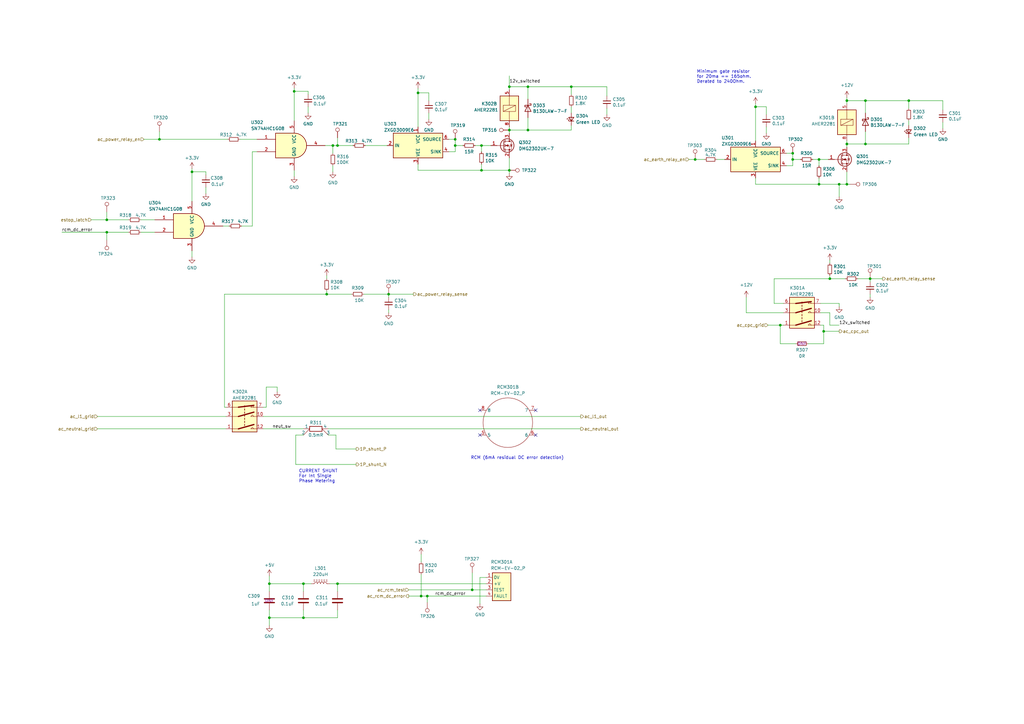
<source format=kicad_sch>
(kicad_sch (version 20230121) (generator eeschema)
  (paper "A3")
  (title_block (title "xx-xxx-PCB-001 Charger Control (HV1) Board") (date "2023-10-18") (rev "0.a") (company "Indra Renewable Technologies Ltd"))
  (junction (at 216.535 35.56))
  (junction (at 186.69 57.15))
  (junction (at 133.985 120.65))
  (junction (at 172.72 244.475))
  (junction (at 136.525 59.69))
  (junction (at 110.49 239.395))
  (junction (at 208.915 69.85))
  (junction (at 159.385 120.65))
  (junction (at 78.74 70.485))
  (junction (at 208.915 35.56))
  (junction (at 120.65 37.465))
  (junction (at 337.82 135.89))
  (junction (at 197.485 69.85))
  (junction (at 335.915 65.405))
  (junction (at 354.965 59.055))
  (junction (at 335.915 75.565))
  (junction (at 43.815 90.17))
  (junction (at 124.46 239.395))
  (junction (at 216.535 53.34))
  (junction (at 347.345 59.055))
  (junction (at 325.12 65.405))
  (junction (at 208.915 53.34))
  (junction (at 309.88 43.815))
  (junction (at 186.69 59.69))
  (junction (at 138.43 59.69))
  (junction (at 354.965 41.275))
  (junction (at 110.49 253.365))
  (junction (at 372.745 41.275))
  (junction (at 356.87 114.3))
  (junction (at 175.26 244.475))
  (junction (at 124.46 253.365))
  (junction (at 43.815 95.25))
  (junction (at 285.115 65.405))
  (junction (at 171.45 38.1))
  (junction (at 347.345 41.275))
  (junction (at 138.43 239.395))
  (junction (at 325.12 62.865))
  (junction (at 344.17 75.565))
  (junction (at 65.405 57.15))
  (junction (at 193.675 241.935))
  (junction (at 197.485 59.69))
  (junction (at 320.04 133.35))
  (junction (at 340.36 114.3))
  (junction (at 347.345 75.565))
  (junction (at 234.315 35.56))
  (no_connect (at 196.85 178.435))
  (no_connect (at 219.71 178.435))
  (no_connect (at 196.85 168.275))
  (no_connect (at 219.71 168.275))
  (wire (pts (xy 126.365 38.735) (xy 126.365 37.465)))
  (wire (pts (xy 314.325 43.815) (xy 314.325 46.99)))
  (wire (pts (xy 197.485 62.23) (xy 197.485 59.69)))
  (wire (pts (xy 325.12 65.405) (xy 325.12 67.945)))
  (wire (pts (xy 186.69 59.69) (xy 189.865 59.69)))
  (wire (pts (xy 354.965 46.355) (xy 354.965 41.275)))
  (wire (pts (xy 340.36 113.03) (xy 340.36 114.3)))
  (wire (pts (xy 208.915 35.56) (xy 208.915 36.83)))
  (wire (pts (xy 171.45 69.85) (xy 197.485 69.85)))
  (wire (pts (xy 321.31 124.46) (xy 317.5 124.46)))
  (wire (pts (xy 43.815 86.995) (xy 43.815 90.17)))
  (wire (pts (xy 169.545 120.65) (xy 159.385 120.65)))
  (wire (pts (xy 172.72 227.33) (xy 172.72 230.505)))
  (wire (pts (xy 121.285 190.5) (xy 146.05 190.5)))
  (wire (pts (xy 208.915 52.07) (xy 208.915 53.34)))
  (wire (pts (xy 120.65 36.195) (xy 120.65 37.465)))
  (wire (pts (xy 59.055 57.15) (xy 65.405 57.15)))
  (wire (pts (xy 337.82 140.97) (xy 337.82 135.89)))
  (wire (pts (xy 372.745 49.53) (xy 372.745 51.435)))
  (wire (pts (xy 110.49 236.22) (xy 110.49 239.395)))
  (wire (pts (xy 354.965 41.275) (xy 372.745 41.275)))
  (wire (pts (xy 344.17 124.46) (xy 336.55 124.46)))
  (wire (pts (xy 124.46 178.435) (xy 121.285 178.435)))
  (wire (pts (xy 65.405 57.15) (xy 93.345 57.15)))
  (wire (pts (xy 216.535 40.64) (xy 216.535 35.56)))
  (wire (pts (xy 216.535 35.56) (xy 208.915 35.56)))
  (wire (pts (xy 344.17 75.565) (xy 344.17 80.645)))
  (wire (pts (xy 184.15 57.15) (xy 186.69 57.15)))
  (wire (pts (xy 282.575 65.405) (xy 285.115 65.405)))
  (wire (pts (xy 184.15 62.23) (xy 186.69 62.23)))
  (wire (pts (xy 37.465 90.17) (xy 43.815 90.17)))
  (wire (pts (xy 309.88 57.785) (xy 309.88 43.815)))
  (wire (pts (xy 354.965 41.275) (xy 347.345 41.275)))
  (wire (pts (xy 25.4 95.25) (xy 43.815 95.25)))
  (wire (pts (xy 199.39 236.855) (xy 196.85 236.855)))
  (wire (pts (xy 309.88 43.815) (xy 314.325 43.815)))
  (wire (pts (xy 197.485 59.69) (xy 194.945 59.69)))
  (wire (pts (xy 216.535 35.56) (xy 234.315 35.56)))
  (wire (pts (xy 335.915 75.565) (xy 344.17 75.565)))
  (wire (pts (xy 159.385 128.27) (xy 159.385 127)))
  (wire (pts (xy 136.525 59.69) (xy 138.43 59.69)))
  (wire (pts (xy 78.74 69.215) (xy 78.74 70.485)))
  (wire (pts (xy 340.36 133.35) (xy 340.36 128.27)))
  (wire (pts (xy 124.46 239.395) (xy 127.635 239.395)))
  (wire (pts (xy 57.785 90.17) (xy 63.5 90.17)))
  (wire (pts (xy 372.745 59.055) (xy 354.965 59.055)))
  (wire (pts (xy 344.17 133.35) (xy 340.36 133.35)))
  (wire (pts (xy 314.96 133.35) (xy 320.04 133.35)))
  (wire (pts (xy 65.405 53.975) (xy 65.405 57.15)))
  (wire (pts (xy 186.69 57.15) (xy 186.69 59.69)))
  (wire (pts (xy 159.385 121.92) (xy 159.385 120.65)))
  (wire (pts (xy 197.485 59.69) (xy 201.295 59.69)))
  (wire (pts (xy 172.72 244.475) (xy 175.26 244.475)))
  (wire (pts (xy 134.62 175.895) (xy 238.125 175.895)))
  (wire (pts (xy 326.39 140.97) (xy 320.04 140.97)))
  (wire (pts (xy 109.22 158.75) (xy 109.22 167.005)))
  (wire (pts (xy 138.43 253.365) (xy 138.43 250.19)))
  (wire (pts (xy 175.26 244.475) (xy 199.39 244.475)))
  (wire (pts (xy 120.65 37.465) (xy 120.65 49.53)))
  (wire (pts (xy 43.815 90.17) (xy 52.705 90.17)))
  (wire (pts (xy 133.985 113.03) (xy 133.985 114.3)))
  (wire (pts (xy 138.43 59.69) (xy 144.78 59.69)))
  (wire (pts (xy 57.785 95.25) (xy 63.5 95.25)))
  (wire (pts (xy 335.915 65.405) (xy 339.725 65.405)))
  (wire (pts (xy 208.915 64.77) (xy 208.915 69.85)))
  (wire (pts (xy 337.82 133.35) (xy 336.55 133.35)))
  (wire (pts (xy 372.745 44.45) (xy 372.745 41.275)))
  (wire (pts (xy 138.43 56.515) (xy 138.43 59.69)))
  (wire (pts (xy 171.45 52.07) (xy 171.45 38.1)))
  (wire (pts (xy 372.745 56.515) (xy 372.745 59.055)))
  (wire (pts (xy 356.87 115.57) (xy 356.87 114.3)))
  (wire (pts (xy 197.485 67.31) (xy 197.485 69.85)))
  (wire (pts (xy 386.715 50.165) (xy 386.715 52.705)))
  (wire (pts (xy 120.65 69.85) (xy 120.65 72.39)))
  (wire (pts (xy 113.665 158.75) (xy 113.665 160.655)))
  (wire (pts (xy 216.535 48.26) (xy 216.535 53.34)))
  (wire (pts (xy 136.525 70.485) (xy 136.525 67.945)))
  (wire (pts (xy 347.345 41.275) (xy 347.345 42.545)))
  (wire (pts (xy 137.795 184.15) (xy 146.05 184.15)))
  (wire (pts (xy 110.49 242.57) (xy 110.49 239.395)))
  (wire (pts (xy 109.22 167.005) (xy 107.95 167.005)))
  (wire (pts (xy 103.505 92.71) (xy 103.505 62.23)))
  (wire (pts (xy 98.425 57.15) (xy 105.41 57.15)))
  (wire (pts (xy 92.075 120.65) (xy 133.985 120.65)))
  (wire (pts (xy 325.12 65.405) (xy 328.295 65.405)))
  (wire (pts (xy 320.04 133.35) (xy 321.31 133.35)))
  (wire (pts (xy 171.45 38.1) (xy 175.895 38.1)))
  (wire (pts (xy 322.58 62.865) (xy 325.12 62.865)))
  (wire (pts (xy 347.345 70.485) (xy 347.345 75.565)))
  (wire (pts (xy 78.74 102.87) (xy 78.74 105.41)))
  (wire (pts (xy 234.315 43.815) (xy 234.315 46.355)))
  (wire (pts (xy 347.345 60.325) (xy 347.345 59.055)))
  (wire (pts (xy 216.535 53.34) (xy 208.915 53.34)))
  (wire (pts (xy 340.36 128.27) (xy 336.55 128.27)))
  (wire (pts (xy 43.815 95.25) (xy 52.705 95.25)))
  (wire (pts (xy 135.255 239.395) (xy 138.43 239.395)))
  (wire (pts (xy 354.965 53.975) (xy 354.965 59.055)))
  (wire (pts (xy 196.85 236.855) (xy 196.85 247.65)))
  (wire (pts (xy 340.36 114.3) (xy 346.71 114.3)))
  (wire (pts (xy 335.915 65.405) (xy 333.375 65.405)))
  (wire (pts (xy 193.675 241.935) (xy 193.675 234.95)))
  (wire (pts (xy 335.915 73.025) (xy 335.915 75.565)))
  (wire (pts (xy 136.525 62.865) (xy 136.525 59.69)))
  (wire (pts (xy 167.64 241.935) (xy 193.675 241.935)))
  (wire (pts (xy 340.36 106.68) (xy 340.36 107.95)))
  (wire (pts (xy 138.43 242.57) (xy 138.43 239.395)))
  (wire (pts (xy 110.49 250.19) (xy 110.49 253.365)))
  (wire (pts (xy 78.74 70.485) (xy 78.74 82.55)))
  (wire (pts (xy 103.505 62.23) (xy 105.41 62.23)))
  (wire (pts (xy 120.65 37.465) (xy 126.365 37.465)))
  (wire (pts (xy 126.365 46.355) (xy 126.365 43.815)))
  (wire (pts (xy 344.17 125.73) (xy 344.17 124.46)))
  (wire (pts (xy 134.62 178.435) (xy 137.795 178.435)))
  (wire (pts (xy 107.95 170.815) (xy 238.125 170.815)))
  (wire (pts (xy 356.87 114.3) (xy 351.79 114.3)))
  (wire (pts (xy 361.95 114.3) (xy 356.87 114.3)))
  (wire (pts (xy 356.87 121.92) (xy 356.87 120.65)))
  (wire (pts (xy 113.665 158.75) (xy 109.22 158.75)))
  (wire (pts (xy 40.005 175.895) (xy 92.71 175.895)))
  (wire (pts (xy 314.325 52.07) (xy 314.325 54.61)))
  (wire (pts (xy 133.985 119.38) (xy 133.985 120.65)))
  (wire (pts (xy 124.46 250.19) (xy 124.46 253.365)))
  (wire (pts (xy 234.315 51.435) (xy 234.315 53.34)))
  (wire (pts (xy 110.49 253.365) (xy 110.49 256.54)))
  (wire (pts (xy 354.965 59.055) (xy 347.345 59.055)))
  (wire (pts (xy 294.005 65.405) (xy 297.18 65.405)))
  (wire (pts (xy 208.915 69.85) (xy 208.915 71.12)))
  (wire (pts (xy 344.17 135.89) (xy 337.82 135.89)))
  (wire (pts (xy 124.46 242.57) (xy 124.46 239.395)))
  (wire (pts (xy 186.69 59.69) (xy 186.69 62.23)))
  (wire (pts (xy 84.455 71.755) (xy 84.455 70.485)))
  (wire (pts (xy 197.485 69.85) (xy 208.915 69.85)))
  (wire (pts (xy 348.615 75.565) (xy 347.345 75.565)))
  (wire (pts (xy 124.46 253.365) (xy 138.43 253.365)))
  (wire (pts (xy 331.47 140.97) (xy 337.82 140.97)))
  (wire (pts (xy 306.07 128.27) (xy 321.31 128.27)))
  (wire (pts (xy 248.92 44.45) (xy 248.92 46.99)))
  (wire (pts (xy 121.285 178.435) (xy 121.285 190.5)))
  (wire (pts (xy 309.88 75.565) (xy 335.915 75.565)))
  (wire (pts (xy 175.895 38.1) (xy 175.895 41.275)))
  (wire (pts (xy 193.675 241.935) (xy 199.39 241.935)))
  (wire (pts (xy 110.49 239.395) (xy 124.46 239.395)))
  (wire (pts (xy 92.075 120.65) (xy 92.075 167.005)))
  (wire (pts (xy 99.06 92.71) (xy 103.505 92.71)))
  (wire (pts (xy 306.07 121.92) (xy 306.07 128.27)))
  (wire (pts (xy 347.345 59.055) (xy 347.345 57.785)))
  (wire (pts (xy 337.82 135.89) (xy 337.82 133.35)))
  (wire (pts (xy 136.525 59.69) (xy 133.35 59.69)))
  (wire (pts (xy 309.88 42.545) (xy 309.88 43.815)))
  (wire (pts (xy 372.745 41.275) (xy 386.715 41.275)))
  (wire (pts (xy 175.26 244.475) (xy 175.26 247.015)))
  (wire (pts (xy 317.5 124.46) (xy 317.5 114.3)))
  (wire (pts (xy 91.44 92.71) (xy 93.98 92.71)))
  (wire (pts (xy 208.915 31.115) (xy 208.915 35.56)))
  (wire (pts (xy 317.5 114.3) (xy 340.36 114.3)))
  (wire (pts (xy 234.315 35.56) (xy 234.315 38.735)))
  (wire (pts (xy 248.92 39.37) (xy 248.92 35.56)))
  (wire (pts (xy 234.315 35.56) (xy 248.92 35.56)))
  (wire (pts (xy 347.345 40.005) (xy 347.345 41.275)))
  (wire (pts (xy 344.17 75.565) (xy 347.345 75.565)))
  (wire (pts (xy 208.915 54.61) (xy 208.915 53.34)))
  (wire (pts (xy 335.915 67.945) (xy 335.915 65.405)))
  (wire (pts (xy 138.43 239.395) (xy 199.39 239.395)))
  (wire (pts (xy 149.86 59.69) (xy 158.75 59.69)))
  (wire (pts (xy 110.49 253.365) (xy 124.46 253.365)))
  (wire (pts (xy 386.715 45.085) (xy 386.715 41.275)))
  (wire (pts (xy 234.315 53.34) (xy 216.535 53.34)))
  (wire (pts (xy 320.04 133.35) (xy 320.04 140.97)))
  (wire (pts (xy 107.95 175.895) (xy 124.46 175.895)))
  (wire (pts (xy 43.815 95.25) (xy 43.815 98.425)))
  (wire (pts (xy 133.985 120.65) (xy 144.145 120.65)))
  (wire (pts (xy 171.45 36.195) (xy 171.45 38.1)))
  (wire (pts (xy 84.455 79.375) (xy 84.455 76.835)))
  (wire (pts (xy 167.64 244.475) (xy 172.72 244.475)))
  (wire (pts (xy 285.115 65.405) (xy 288.925 65.405)))
  (wire (pts (xy 175.895 46.355) (xy 175.895 48.895)))
  (wire (pts (xy 78.74 70.485) (xy 84.455 70.485)))
  (wire (pts (xy 159.385 120.65) (xy 149.225 120.65)))
  (wire (pts (xy 172.72 235.585) (xy 172.72 244.475)))
  (wire (pts (xy 137.795 178.435) (xy 137.795 184.15)))
  (wire (pts (xy 325.12 62.865) (xy 325.12 65.405)))
  (wire (pts (xy 40.005 170.815) (xy 92.71 170.815)))
  (wire (pts (xy 171.45 67.31) (xy 171.45 69.85)))
  (wire (pts (xy 322.58 67.945) (xy 325.12 67.945)))
  (wire (pts (xy 92.075 167.005) (xy 92.71 167.005)))
  (wire (pts (xy 309.88 73.025) (xy 309.88 75.565)))
  (text "Minimum gate resistor\nfor 20ma == 165ohm.\nDerated to 240Ohm." (at 285.75 34.29 0) (effects (font (size 1.27 1.27)) (justify left bottom)))
  (text "CURRENT SHUNT\nFor Int Single\nPhase Metering\n" (at 122.555 198.12 0) (effects (font (size 1.27 1.27)) (justify left bottom)))
  (text "RCM (6mA residual DC error detection)\n" (at 193.04 188.595 0) (effects (font (size 1.27 1.27)) (justify left bottom)))
  (label "12v_switched" (at 208.915 34.29 0))
  (label "rcm_dc_error" (at 25.4 95.25 0))
  (label "rcm_dc_error" (at 178.435 244.475 0))
  (label "12v_switched" (at 344.17 133.35 0))
  (label "neut_sw" (at 111.76 175.895 0))
  (hierarchical_label "1P_shunt_P" (shape output) (at 146.05 184.15 0))
  (hierarchical_label "ac_rcm_test" (shape input) (at 167.64 241.935 180))
  (hierarchical_label "1P_shunt_N" (shape output) (at 146.05 190.5 0))
  (hierarchical_label "ac_earth_relay_sense" (shape output) (at 361.95 114.3 0))
  (hierarchical_label "ac_cpc_out" (shape output) (at 344.17 135.89 0))
  (hierarchical_label "ac_cpc_grid" (shape input) (at 314.96 133.35 180))
  (hierarchical_label "ac_neutral_out" (shape output) (at 238.125 175.895 0))
  (hierarchical_label "ac_rcm_dc_error" (shape output) (at 167.64 244.475 180))
  (hierarchical_label "estop_latch" (shape input) (at 37.465 90.17 180))
  (hierarchical_label "ac_power_relay_en" (shape input) (at 59.055 57.15 180))
  (hierarchical_label "ac_earth_relay_en" (shape input) (at 282.575 65.405 180))
  (hierarchical_label "ac_l1_grid" (shape input) (at 40.005 170.815 180))
  (hierarchical_label "ac_l1_out" (shape output) (at 238.125 170.815 0))
  (hierarchical_label "ac_neutral_grid" (shape input) (at 40.005 175.895 180))
  (hierarchical_label "ac_power_relay_sense" (shape output) (at 169.545 120.65 0))
  (symbol (lib_name "GND_1") (lib_id "power:GND") (at 113.665 160.655 0) (unit 1)
    (property "Reference" "#PWR0230" (effects hide))
    (property "Value" "GND" (at 113.665 165.1 0))
    (instances (project "hw-v2x-power-board-high-v" (path "" (reference "#PWR0230") (unit 1)) (path "" (reference "#PWR0342") (unit 1))))
  )
  (symbol (lib_id "Device:C_Small") (at 126.365 41.275 0) (mirror y) (unit 1)
    (property "Reference" "C306" (at 133.35 40.005 0) (effects (justify left)))
    (property "Value" "0.1uF" (at 133.985 42.545 0) (effects (justify left)))
    (property "Footprint" "Capacitor_SMD:C_0402_1005Metric" (effects hide))
    (property "Characteristics" "X7R" (effects hide))
    (property "Voltage" "50V" (effects hide))
    (property "Tolerance" "10%" (effects hide))
    (instances (project "hw-v2x-power-board-high-v" (path "" (reference "C306") (unit 1))) (project "hw-v2x-power-board" (path "" (reference "C201") (unit 1))))
  )
  (symbol (lib_id "Device:R_Small") (at 146.685 120.65 90) (unit 1)
    (property "Reference" "R309" (at 144.145 118.11 90) (effects (justify right)))
    (property "Value" "10K" (at 145.415 123.19 90) (effects (justify right)))
    (property "Footprint" "Resistor_SMD:R_0402_1005Metric" (effects hide))
    (property "Tolerance" "1%" (effects hide))
    (property "Voltage" "50V" (effects hide))
    (instances (project "hw-v2x-power-board-high-v" (path "" (reference "R309") (unit 1))) (project "hw-v2x-power-board" (path "" (reference "R219") (unit 1))))
  )
  (symbol (lib_id "Device:R_Small") (at 55.245 95.25 270) (unit 1)
    (property "Reference" "R319" (at 51.435 93.345 90))
    (property "Value" "4.7K" (at 57.785 93.345 90))
    (property "Footprint" "Resistor_SMD:R_0402_1005Metric" (effects hide))
    (property "Tolerance" "1%" (effects hide))
    (property "Voltage" "50V" (effects hide))
    (instances (project "hw-v2x-power-board-high-v" (path "" (reference "R319") (unit 1))) (project "hw-v2x-power-board" (path "" (reference "R202") (unit 1))))
  )
  (symbol (lib_id "hw-v2x-play1_1-power-board:RCM-EV-02_P") (at 196.85 178.435 0) (unit 2)
    (property "Reference" "RCM301" (at 208.28 158.75 0))
    (property "Value" "RCM-EV-02_P" (at 208.28 161.29 0))
    (property "Footprint" "hw-v2x-play1_1-power-board.pretty:RCM-EV-02_P" (effects hide))
    (property "Datasheet" "C:\\Users\\PhillipCherry\\Documents\\PhilC\\V2X\\hw-v2x-play1_1-power-board\\project-datasheets\\RCM-EV-02_P.pdf" (effects hide))
  )
  (symbol (lib_id "Device:R_Small") (at 133.985 116.84 180) (unit 1)
    (property "Reference" "R308" (at 135.4836 115.6716 0) (effects (justify right)))
    (property "Value" "10K" (at 135.4836 117.983 0) (effects (justify right)))
    (property "Footprint" "Resistor_SMD:R_0402_1005Metric" (effects hide))
    (property "Tolerance" "1%" (effects hide))
    (property "Voltage" "50V" (effects hide))
    (instances (project "hw-v2x-power-board-high-v" (path "" (reference "R308") (unit 1))) (project "hw-v2x-power-board" (path "" (reference "R218") (unit 1))))
  )
  (symbol (lib_id "Device:C_Small") (at 386.715 47.625 0) (unit 1)
    (property "Reference" "C301" (at 389.0518 46.4566 0) (effects (justify left)))
    (property "Value" "0.1uF" (at 389.0518 48.768 0) (effects (justify left)))
    (property "Footprint" "Capacitor_SMD:C_0402_1005Metric" (effects hide))
    (property "Characteristics" "X7R" (effects hide))
    (property "Voltage" "50V" (effects hide))
    (property "Tolerance" "10%" (effects hide))
    (instances (project "hw-v2x-power-board-high-v" (path "" (reference "C301") (unit 1))) (project "hw-v2x-power-board" (path "" (reference "C205") (unit 1))))
  )
  (symbol (lib_id "Connector:TestPoint") (at 65.405 53.975 0) (unit 1)
    (property "Reference" "TP320" (at 62.865 48.26 0) (effects (justify left)))
    (property "Value" "TestPoint" (effects hide))
    (property "Footprint" "hw-v5mobo-cem-demo:TestPoint_Pad_FD1.0mm_BD2.0mm_TH_with_pos" (effects hide))
    (instances (project "hw-v2x-power-board-high-v" (path "" (reference "TP320") (unit 1))) (project "hw-v2x-power-board" (path "" (reference "TP203") (unit 1))))
  )
  (symbol (lib_id "Device:C_Small") (at 175.895 43.815 0) (unit 1)
    (property "Reference" "C307" (at 178.2318 42.6466 0) (effects (justify left)))
    (property "Value" "0.1uF" (at 178.2318 44.958 0) (effects (justify left)))
    (property "Footprint" "Capacitor_SMD:C_0402_1005Metric" (effects hide))
    (property "Characteristics" "X7R" (effects hide))
    (property "Voltage" "50V" (effects hide))
    (property "Tolerance" "10%" (effects hide))
    (instances (project "hw-v2x-power-board-high-v" (path "" (reference "C307") (unit 1))) (project "hw-v2x-power-board" (path "" (reference "C204") (unit 1))))
  )
  (symbol (lib_id "Connector:TestPoint") (at 175.26 247.015 180) (unit 1)
    (property "Reference" "TP326" (at 178.435 252.73 0) (effects (justify left)))
    (property "Value" "TestPoint" (effects hide))
    (property "Footprint" "hw-v5mobo-cem-demo:TestPoint_Pad_FD1.0mm_BD2.0mm_TH_with_pos" (effects hide))
    (instances (project "hw-v2x-power-board-high-v" (path "" (reference "TP326") (unit 1))) (project "hw-v2x-power-board" (path "" (reference "TP217") (unit 1))))
  )
  (symbol (lib_id "Device:C") (at 124.46 246.38 0) (unit 1)
    (property "Reference" "C310" (at 120.65 245.11 0) (effects (justify right)))
    (property "Value" "0.1uF" (at 120.65 247.65 0) (effects (justify right)))
    (property "Footprint" "Capacitor_SMD:C_0402_1005Metric" (effects hide))
    (property "Tolerance" "10%" (effects hide))
    (property "Voltage" "50V" (effects hide))
    (property "Characteristics" "X7R" (effects hide))
    (instances (project "hw-v2x-power-board-high-v" (path "" (reference "C310") (unit 1))) (project "hw-v2x-power-board" (path "" (reference "C211") (unit 1))))
  )
  (symbol (lib_id "hw-v2x-play1_1-power-board:AHER2281") (at 208.915 36.83 270) (unit 2)
    (property "Reference" "K302" (at 197.485 42.545 90) (effects (justify left)))
    (property "Value" "AHER2281" (at 199.39 45.085 90))
    (property "Footprint" "hw-v2x-play1_1-power-board.pretty:AHER2281" (effects hide))
    (property "Datasheet" "C:\\Users\\PhillipCherry\\Documents\\PhilC\\V2X\\hw-v2x-play1_1-power-board\\project-datasheets\\AHER2281.pdf" (effects hide))
  )
  (symbol (lib_name "GND_1") (lib_id "power:GND") (at 159.385 128.27 0) (unit 1)
    (property "Reference" "#PWR0230" (effects hide))
    (property "Value" "GND" (at 159.385 132.715 0))
    (instances (project "hw-v2x-power-board-high-v" (path "" (reference "#PWR0230") (unit 1)) (path "" (reference "#PWR0341") (unit 1))))
  )
  (symbol (lib_id "Device:LED_Small") (at 372.745 53.975 90) (unit 1)
    (property "Reference" "D302" (at 374.65 52.6414 90) (effects (justify right)))
    (property "Value" "Green LED" (at 374.65 55.1814 90) (effects (justify right)))
    (property "Footprint" "LED_SMD:LED_0603_1608Metric" (effects hide))
    (property "Manufacturer" "Inolux" (effects hide))
    (property "Manufacturer Part Number" "IN-S63AT5G" (effects hide))
    (property "Voltage" "2V" (effects hide))
    (property "Characteristics" "5mA" (effects hide))
    (instances (project "hw-v2x-power-board-high-v" (path "" (reference "D302") (unit 1))) (project "hw-v2x-power-board" (path "" (reference "D203") (unit 1))))
  )
  (symbol (lib_name "+3.3V_6") (lib_id "power:+3.3V") (at 172.72 227.33 0) (unit 1)
    (property "Reference" "#PWR0315" (effects hide))
    (property "Value" "+3.3V" (at 172.72 222.25 0))
  )
  (symbol (lib_id "hw-v2x-play1_1-power-board:AHER2281") (at 347.345 42.545 270) (unit 2)
    (property "Reference" "K301" (at 335.915 48.26 90) (effects (justify left)))
    (property "Value" "AHER2281" (at 337.82 50.8 90))
    (property "Footprint" "hw-v2x-play1_1-power-board:AHER2281" (effects hide))
    (property "Datasheet" "C:\\Users\\PhillipCherry\\Documents\\PhilC\\V2X\\hw-v2x-play1_1-power-board\\project-datasheets\\AHER2281.pdf" (effects hide))
  )
  (symbol (lib_name "GND_1") (lib_id "power:GND") (at 120.65 72.39 0) (unit 1)
    (property "Reference" "#PWR0230" (effects hide))
    (property "Value" "GND" (at 120.65 76.835 0))
    (instances (project "hw-v2x-power-board-high-v" (path "" (reference "#PWR0230") (unit 1)) (path "" (reference "#PWR0304") (unit 1))))
  )
  (symbol (lib_id "Connector:TestPoint") (at 208.915 53.34 90) (unit 1)
    (property "Reference" "TP316" (at 203.835 53.34 90) (effects (justify left)))
    (property "Value" "TestPoint" (effects hide))
    (property "Footprint" "hw-v5mobo-cem-demo:TestPoint_Pad_FD1.0mm_BD2.0mm_TH_with_pos" (effects hide))
    (instances (project "hw-v2x-power-board-high-v" (path "" (reference "TP316") (unit 1))) (project "hw-v2x-power-board" (path "" (reference "TP209") (unit 1))))
  )
  (symbol (lib_id "Device:R_Small") (at 234.315 41.275 180) (unit 1)
    (property "Reference" "R310" (at 235.8136 40.1066 0) (effects (justify right)))
    (property "Value" "1.8K" (at 235.8136 42.418 0) (effects (justify right)))
    (property "Footprint" "Resistor_SMD:R_0603_1608Metric" (effects hide))
    (property "Tolerance" "1%" (effects hide))
    (property "Voltage" "50V" (effects hide))
    (instances (project "hw-v2x-power-board-high-v" (path "" (reference "R310") (unit 1))) (project "hw-v2x-power-board" (path "" (reference "R213") (unit 1))))
  )
  (symbol (lib_name "GND_1") (lib_id "power:GND") (at 196.85 247.65 0) (unit 1)
    (property "Reference" "#PWR0230" (effects hide))
    (property "Value" "GND" (at 196.85 252.095 0))
    (instances (project "hw-v2x-power-board-high-v" (path "" (reference "#PWR0230") (unit 1)) (path "" (reference "#PWR0317") (unit 1))))
  )
  (symbol (lib_name "GND_1") (lib_id "power:GND") (at 314.325 54.61 0) (unit 1)
    (property "Reference" "#PWR0230" (effects hide))
    (property "Value" "GND" (at 314.325 59.055 0))
    (instances (project "hw-v2x-power-board-high-v" (path "" (reference "#PWR0230") (unit 1)) (path "" (reference "#PWR0328") (unit 1))))
  )
  (symbol (lib_name "GND_1") (lib_id "power:GND") (at 175.895 48.895 0) (unit 1)
    (property "Reference" "#PWR0230" (effects hide))
    (property "Value" "GND" (at 175.895 53.34 0))
    (instances (project "hw-v2x-power-board-high-v" (path "" (reference "#PWR0230") (unit 1)) (path "" (reference "#PWR0338") (unit 1))))
  )
  (symbol (lib_id "Device:C_Small") (at 159.385 124.46 0) (unit 1)
    (property "Reference" "C304" (at 161.7218 123.2916 0) (effects (justify left)))
    (property "Value" "0.1uF" (at 161.7218 125.603 0) (effects (justify left)))
    (property "Footprint" "Capacitor_SMD:C_0402_1005Metric" (effects hide))
    (property "Characteristics" "X7R" (effects hide))
    (property "Voltage" "50V" (effects hide))
    (property "Tolerance" "10%" (effects hide))
    (instances (project "hw-v2x-power-board-high-v" (path "" (reference "C304") (unit 1))) (project "hw-v2x-power-board" (path "" (reference "C209") (unit 1))))
  )
  (symbol (lib_id "Device:LED_Small") (at 234.315 48.895 90) (unit 1)
    (property "Reference" "D304" (at 236.22 47.5614 90) (effects (justify right)))
    (property "Value" "Green LED" (at 236.22 50.1014 90) (effects (justify right)))
    (property "Footprint" "LED_SMD:LED_0603_1608Metric" (effects hide))
    (property "Manufacturer" "Inolux" (effects hide))
    (property "Manufacturer Part Number" "IN-S63AT5G" (effects hide))
    (property "Voltage" "2V" (effects hide))
    (property "Characteristics" "5mA" (effects hide))
    (instances (project "hw-v2x-power-board-high-v" (path "" (reference "D304") (unit 1))) (project "hw-v2x-power-board" (path "" (reference "D204") (unit 1))))
  )
  (symbol (lib_id "Connector:TestPoint") (at 325.12 62.865 0) (unit 1)
    (property "Reference" "TP302" (at 323.215 57.15 0) (effects (justify left)))
    (property "Value" "TestPoint" (effects hide))
    (property "Footprint" "hw-v5mobo-cem-demo:TestPoint_Pad_FD1.0mm_BD2.0mm_TH_with_pos" (effects hide))
    (instances (project "hw-v2x-power-board-high-v" (path "" (reference "TP302") (unit 1))) (project "hw-v2x-power-board" (path "" (reference "TP206") (unit 1))))
  )
  (symbol (lib_id "Connector:TestPoint") (at 356.87 114.3 0) (unit 1)
    (property "Reference" "TP301" (at 355.6 109.22 0) (effects (justify left)))
    (property "Value" "TestPoint" (effects hide))
    (property "Footprint" "hw-v5mobo-cem-demo:TestPoint_Pad_FD1.0mm_BD2.0mm_TH_with_pos" (effects hide))
    (instances (project "hw-v2x-power-board-high-v" (path "" (reference "TP301") (unit 1))) (project "hw-v2x-power-board" (path "" (reference "TP213") (unit 1))))
  )
  (symbol (lib_id "Device:R_Small") (at 95.885 57.15 270) (unit 1)
    (property "Reference" "R312" (at 92.71 55.245 90))
    (property "Value" "4.7K" (at 99.06 55.245 90))
    (property "Footprint" "Resistor_SMD:R_0402_1005Metric" (effects hide))
    (property "Tolerance" "1%" (effects hide))
    (property "Voltage" "50V" (effects hide))
    (instances (project "hw-v2x-power-board-high-v" (path "" (reference "R312") (unit 1))) (project "hw-v2x-power-board" (path "" (reference "R203") (unit 1))))
  )
  (symbol (lib_id "Device:L_Ferrite") (at 131.445 239.395 90) (unit 1)
    (property "Reference" "L301" (at 131.445 233.045 90))
    (property "Value" "220uH" (at 131.445 235.585 90))
    (property "Footprint" "hw-v2x-play1_1-power-board:L_Bourns-SRR7045" (effects hide))
    (property "Datasheet" "https://www.bourns.com/docs/Product-Datasheets/SRR7045.pdf" (effects hide))
    (property "Power" "450mA" (effects hide))
    (property "Manufacturer" "Bourns" (effects hide))
    (property "Manufacturer Part Number" "SRR7045-221M" (effects hide))
  )
  (symbol (lib_id "Device:R_Small") (at 147.32 59.69 270) (unit 1)
    (property "Reference" "R313" (at 144.145 57.785 90))
    (property "Value" "4.7K" (at 150.495 57.785 90))
    (property "Footprint" "Resistor_SMD:R_0402_1005Metric" (effects hide))
    (property "Tolerance" "1%" (effects hide))
    (property "Voltage" "50V" (effects hide))
    (instances (project "hw-v2x-power-board-high-v" (path "" (reference "R313") (unit 1))) (project "hw-v2x-power-board" (path "" (reference "R207") (unit 1))))
  )
  (symbol (lib_name "+12V_1") (lib_id "power:+12V") (at 347.345 40.005 0) (unit 1)
    (property "Reference" "#PWR0305" (effects hide))
    (property "Value" "+12V" (at 347.345 34.925 0))
  )
  (symbol (lib_name "+12V_2") (lib_id "power:+12V") (at 306.07 121.92 0) (unit 1)
    (property "Reference" "#PWR0308" (effects hide))
    (property "Value" "+12V" (at 306.07 116.84 0))
  )
  (symbol (lib_id "Device:C_Small") (at 248.92 41.91 0) (unit 1)
    (property "Reference" "C305" (at 251.2568 40.7416 0) (effects (justify left)))
    (property "Value" "0.1uF" (at 251.2568 43.053 0) (effects (justify left)))
    (property "Footprint" "Capacitor_SMD:C_0402_1005Metric" (effects hide))
    (property "Characteristics" "X7R" (effects hide))
    (property "Voltage" "50V" (effects hide))
    (property "Tolerance" "10%" (effects hide))
    (instances (project "hw-v2x-power-board-high-v" (path "" (reference "C305") (unit 1))) (project "hw-v2x-power-board" (path "" (reference "C206") (unit 1))))
  )
  (symbol (lib_name "GND_1") (lib_id "power:GND") (at 208.915 71.12 0) (unit 1)
    (property "Reference" "#PWR0230" (effects hide))
    (property "Value" "GND" (at 208.915 75.565 0))
    (instances (project "hw-v2x-power-board-high-v" (path "" (reference "#PWR0230") (unit 1)) (path "" (reference "#PWR0339") (unit 1))))
  )
  (symbol (lib_id "Connector:TestPoint") (at 159.385 120.65 0) (unit 1)
    (property "Reference" "TP307" (at 158.115 115.57 0) (effects (justify left)))
    (property "Value" "TestPoint" (effects hide))
    (property "Footprint" "hw-v5mobo-cem-demo:TestPoint_Pad_FD1.0mm_BD2.0mm_TH_with_pos" (effects hide))
    (instances (project "hw-v2x-power-board-high-v" (path "" (reference "TP307") (unit 1))) (project "hw-v2x-power-board" (path "" (reference "TP214") (unit 1))))
  )
  (symbol (lib_id "Device:R_Small") (at 349.25 114.3 90) (unit 1)
    (property "Reference" "R302" (at 347.345 112.395 90) (effects (justify right)))
    (property "Value" "10K" (at 347.98 116.84 90) (effects (justify right)))
    (property "Footprint" "Resistor_SMD:R_0402_1005Metric" (effects hide))
    (property "Tolerance" "1%" (effects hide))
    (property "Voltage" "50V" (effects hide))
    (instances (project "hw-v2x-power-board-high-v" (path "" (reference "R302") (unit 1))) (project "hw-v2x-power-board" (path "" (reference "R217") (unit 1))))
  )
  (symbol (lib_id "hw-v2x-play1_1-power-board:R_Shunt") (at 129.54 175.895 90) (mirror x) (unit 1)
    (property "Reference" "R311" (at 129.54 173.355 90))
    (property "Value" "0.5mR" (at 129.54 178.435 90))
    (property "Footprint" "hw-v2x-play1_1-power-board:WSLF2512L5000F" (effects hide))
    (property "Datasheet" "https://www.mouser.co.uk/datasheet/2/427/wslf-1762044.pdf" (effects hide))
    (property "Variant" "+singlephase, -threephase" (effects hide))
    (property "Manufacturer" "Vishay" (effects hide))
    (property "Manufacturer Part Number" "WSLF2512L5000F" (effects hide))
  )
  (symbol (lib_name "+5V_1") (lib_id "power:+5V") (at 110.49 236.22 0) (unit 1)
    (property "Reference" "#PWR0318" (effects hide))
    (property "Value" "+5V" (at 110.49 231.775 0))
  )
  (symbol (lib_id "Connector:TestPoint") (at 193.675 234.95 0) (unit 1)
    (property "Reference" "TP327" (at 190.5 229.235 0) (effects (justify left)))
    (property "Value" "TestPoint" (effects hide))
    (property "Footprint" "hw-v5mobo-cem-demo:TestPoint_Pad_FD1.0mm_BD2.0mm_TH_with_pos" (effects hide))
    (instances (project "hw-v2x-power-board-high-v" (path "" (reference "TP327") (unit 1))) (project "hw-v2x-power-board" (path "" (reference "TP217") (unit 1))))
  )
  (symbol (lib_id "Device:R_Small") (at 328.93 140.97 270) (unit 1)
    (property "Reference" "R307" (at 328.93 143.51 90))
    (property "Value" "0R" (at 328.93 146.05 90))
    (property "Footprint" "Resistor_SMD:R_1812_4532Metric" (effects hide))
    (property "Variant" "DNF" (at 328.93 140.97 90))
    (property "Tolerance" "1%" (effects hide))
    (property "Voltage" "50V" (effects hide))
    (instances (project "hw-v2x-power-board-high-v" (path "" (reference "R307") (unit 1))) (project "hw-v2x-power-board" (path "" (reference "R214") (unit 1))))
  )
  (symbol (lib_name "GND_1") (lib_id "power:GND") (at 248.92 46.99 0) (unit 1)
    (property "Reference" "#PWR0230" (effects hide))
    (property "Value" "GND" (at 248.92 51.435 0))
    (instances (project "hw-v2x-power-board-high-v" (path "" (reference "#PWR0230") (unit 1)) (path "" (reference "#PWR0340") (unit 1))))
  )
  (symbol (lib_id "Device:C_Small") (at 84.455 74.295 0) (mirror y) (unit 1)
    (property "Reference" "C308" (at 91.44 73.025 0) (effects (justify left)))
    (property "Value" "0.1uF" (at 92.075 75.565 0) (effects (justify left)))
    (property "Footprint" "Capacitor_SMD:C_0402_1005Metric" (effects hide))
    (property "Characteristics" "X7R" (effects hide))
    (property "Voltage" "50V" (effects hide))
    (property "Tolerance" "10%" (effects hide))
    (instances (project "hw-v2x-power-board-high-v" (path "" (reference "C308") (unit 1))) (project "hw-v2x-power-board" (path "" (reference "C201") (unit 1))))
  )
  (symbol (lib_name "GND_1") (lib_id "power:GND") (at 110.49 256.54 0) (unit 1)
    (property "Reference" "#PWR0230" (effects hide))
    (property "Value" "GND" (at 110.49 260.985 0))
    (instances (project "hw-v2x-power-board-high-v" (path "" (reference "#PWR0230") (unit 1)) (path "" (reference "#PWR0319") (unit 1))))
  )
  (symbol (lib_name "+3.3V_5") (lib_id "power:+3.3V") (at 133.985 113.03 0) (unit 1)
    (property "Reference" "#PWR0309" (effects hide))
    (property "Value" "+3.3V" (at 133.985 108.585 0))
  )
  (symbol (lib_id "hw-v2x-play1_1-power-board:AHER2281") (at 92.71 167.005 0) (unit 1)
    (property "Reference" "K302" (at 98.425 160.655 0))
    (property "Value" "AHER2281" (at 100.33 163.195 0))
    (property "Footprint" "hw-v2x-play1_1-power-board.pretty:AHER2281" (effects hide))
    (property "Datasheet" "C:\\Users\\PhillipCherry\\Documents\\PhilC\\V2X\\hw-v2x-play1_1-power-board\\project-datasheets\\AHER2281.pdf" (effects hide))
  )
  (symbol (lib_id "Device:R_Small") (at 340.36 110.49 180) (unit 1)
    (property "Reference" "R301" (at 341.8586 109.3216 0) (effects (justify right)))
    (property "Value" "10K" (at 341.8586 111.633 0) (effects (justify right)))
    (property "Footprint" "Resistor_SMD:R_0402_1005Metric" (effects hide))
    (property "Tolerance" "1%" (effects hide))
    (property "Voltage" "50V" (effects hide))
    (instances (project "hw-v2x-power-board-high-v" (path "" (reference "R301") (unit 1))) (project "hw-v2x-power-board" (path "" (reference "R216") (unit 1))))
  )
  (symbol (lib_name "GND_1") (lib_id "power:GND") (at 84.455 79.375 0) (unit 1)
    (property "Reference" "#PWR0230" (effects hide))
    (property "Value" "GND" (at 84.455 83.82 0))
    (instances (project "hw-v2x-power-board-high-v" (path "" (reference "#PWR0230") (unit 1)) (path "" (reference "#PWR0303") (unit 1))))
  )
  (symbol (lib_id "Device:C_Small") (at 356.87 118.11 0) (unit 1)
    (property "Reference" "C302" (at 359.2068 116.9416 0) (effects (justify left)))
    (property "Value" "0.1uF" (at 359.2068 119.253 0) (effects (justify left)))
    (property "Footprint" "Capacitor_SMD:C_0402_1005Metric" (effects hide))
    (property "Characteristics" "X7R" (effects hide))
    (property "Voltage" "50V" (effects hide))
    (property "Tolerance" "10%" (effects hide))
    (instances (project "hw-v2x-power-board-high-v" (path "" (reference "C302") (unit 1))) (project "hw-v2x-power-board" (path "" (reference "C207") (unit 1))))
  )
  (symbol (lib_id "Connector:TestPoint") (at 208.915 69.85 270) (unit 1)
    (property "Reference" "TP322" (at 213.995 69.85 90) (effects (justify left)))
    (property "Value" "TestPoint" (effects hide))
    (property "Footprint" "hw-v5mobo-cem-demo:TestPoint_Pad_FD1.0mm_BD2.0mm_TH_with_pos" (effects hide))
    (instances (project "hw-v2x-power-board-high-v" (path "" (reference "TP322") (unit 1))) (project "hw-v2x-power-board" (path "" (reference "TP210") (unit 1))))
  )
  (symbol (lib_id "Connector:TestPoint") (at 138.43 56.515 0) (unit 1)
    (property "Reference" "TP321" (at 136.525 50.8 0) (effects (justify left)))
    (property "Value" "TestPoint" (effects hide))
    (property "Footprint" "hw-v5mobo-cem-demo:TestPoint_Pad_FD1.0mm_BD2.0mm_TH_with_pos" (effects hide))
    (instances (project "hw-v2x-power-board-high-v" (path "" (reference "TP321") (unit 1))) (project "hw-v2x-power-board" (path "" (reference "TP205") (unit 1))))
  )
  (symbol (lib_name "74LVC1G08_1") (lib_id "74xGxx:74LVC1G08") (at 78.74 92.71 0) (unit 1)
    (property "Reference" "U304" (at 63.5 83.185 0))
    (property "Value" "SN74AHC1G08" (at 67.945 85.725 0))
    (property "Footprint" "Package_TO_SOT_SMD:SOT-23-5" (effects hide))
    (property "Datasheet" "http://www.ti.com/lit/sg/scyt129e/scyt129e.pdf" (effects hide))
    (property "Manufacturer" "TI" (effects hide))
    (property "Manufacturer Part Number" "SN74AHC1G08DBVT" (effects hide))
  )
  (symbol (lib_id "hw-v2x-play1_1-power-board:AHER2281") (at 321.31 124.46 0) (unit 1)
    (property "Reference" "K301" (at 327.025 118.11 0))
    (property "Value" "AHER2281" (at 328.93 120.65 0))
    (property "Footprint" "hw-v2x-play1_1-power-board:AHER2281" (effects hide))
    (property "Datasheet" "C:\\Users\\PhillipCherry\\Documents\\PhilC\\V2X\\hw-v2x-play1_1-power-board\\project-datasheets\\AHER2281.pdf" (effects hide))
  )
  (symbol (lib_id "Device:R_Small") (at 335.915 70.485 180) (unit 1)
    (property "Reference" "R306" (at 337.4136 69.3166 0) (effects (justify right)))
    (property "Value" "10K" (at 337.4136 71.628 0) (effects (justify right)))
    (property "Footprint" "Resistor_SMD:R_0402_1005Metric" (effects hide))
    (property "Tolerance" "1%" (effects hide))
    (property "Voltage" "50V" (effects hide))
    (instances (project "hw-v2x-power-board-high-v" (path "" (reference "R306") (unit 1))) (project "hw-v2x-power-board" (path "" (reference "R210") (unit 1))))
  )
  (symbol (lib_name "GND_1") (lib_id "power:GND") (at 386.715 52.705 0) (unit 1)
    (property "Reference" "#PWR0230" (effects hide))
    (property "Value" "GND" (at 386.715 57.15 0))
    (instances (project "hw-v2x-power-board-high-v" (path "" (reference "#PWR0230") (unit 1)) (path "" (reference "#PWR0330") (unit 1))))
  )
  (symbol (lib_name "GND_1") (lib_id "power:GND") (at 356.87 121.92 0) (unit 1)
    (property "Reference" "#PWR0230" (effects hide))
    (property "Value" "GND" (at 356.87 126.365 0))
    (instances (project "hw-v2x-power-board-high-v" (path "" (reference "#PWR0230") (unit 1)) (path "" (reference "#PWR0332") (unit 1))))
  )
  (symbol (lib_id "hw-v2x-play1_1-power-board:DMG2302UK-7") (at 344.805 65.405 0) (unit 1)
    (property "Reference" "Q301" (at 351.155 64.135 0) (effects (justify left)))
    (property "Value" "DMG2302UK-7" (at 351.155 66.675 0) (effects (justify left)))
    (property "Footprint" "Package_TO_SOT_SMD:SOT-23" (effects hide))
    (property "Datasheet" "https://www.diodes.com/assets/Datasheets/DMG2302UK.pdf" (effects hide))
  )
  (symbol (lib_id "Connector:TestPoint") (at 43.815 98.425 180) (unit 1)
    (property "Reference" "TP324" (at 46.355 104.14 0) (effects (justify left)))
    (property "Value" "TestPoint" (effects hide))
    (property "Footprint" "hw-v5mobo-cem-demo:TestPoint_Pad_FD1.0mm_BD2.0mm_TH_with_pos" (effects hide))
    (instances (project "hw-v2x-power-board-high-v" (path "" (reference "TP324") (unit 1))) (project "hw-v2x-power-board" (path "" (reference "TP202") (unit 1))))
  )
  (symbol (lib_id "Device:C_Small") (at 314.325 49.53 0) (unit 1)
    (property "Reference" "C303" (at 316.6618 48.3616 0) (effects (justify left)))
    (property "Value" "0.1uF" (at 316.6618 50.673 0) (effects (justify left)))
    (property "Footprint" "Capacitor_SMD:C_0402_1005Metric" (effects hide))
    (property "Characteristics" "X7R" (effects hide))
    (property "Voltage" "50V" (effects hide))
    (property "Tolerance" "10%" (effects hide))
    (instances (project "hw-v2x-power-board-high-v" (path "" (reference "C303") (unit 1))) (project "hw-v2x-power-board" (path "" (reference "C203") (unit 1))))
  )
  (symbol (lib_id "Device:D_Schottky") (at 354.965 50.165 270) (unit 1)
    (property "Reference" "D301" (at 356.9716 48.9966 90) (effects (justify left)))
    (property "Value" "B130LAW-7-F" (at 356.9716 51.308 90) (effects (justify left)))
    (property "Footprint" "Diode_SMD:D_SOD-123" (effects hide))
    (property "Datasheet" "https://www.diodes.com/assets/Datasheets/ds30308.pdf" (effects hide))
    (property "Manufacturer" "Diodes Inc." (effects hide))
    (property "Manufacturer Part Number" "B130LAW-7-F" (effects hide))
    (instances (project "hw-v2x-power-board-high-v" (path "" (reference "D301") (unit 1))) (project "hw-v2x-power-board" (path "" (reference "D201") (unit 1))))
  )
  (symbol (lib_id "Device:D_Schottky") (at 216.535 44.45 270) (unit 1)
    (property "Reference" "D303" (at 218.5416 43.2816 90) (effects (justify left)))
    (property "Value" "B130LAW-7-F" (at 218.5416 45.593 90) (effects (justify left)))
    (property "Footprint" "Diode_SMD:D_SOD-123" (effects hide))
    (property "Datasheet" "https://www.diodes.com/assets/Datasheets/ds30308.pdf" (effects hide))
    (property "Manufacturer" "Diodes Inc." (effects hide))
    (property "Manufacturer Part Number" "B130LAW-7-F" (effects hide))
    (instances (project "hw-v2x-power-board-high-v" (path "" (reference "D303") (unit 1))) (project "hw-v2x-power-board" (path "" (reference "D202") (unit 1))))
  )
  (symbol (lib_id "Driver_FET:ZXGD3009E6") (at 171.45 59.69 0) (unit 1)
    (property "Reference" "U303" (at 157.48 50.8 0) (effects (justify left)))
    (property "Value" "ZXGD3009E6" (at 157.48 53.34 0) (effects (justify left)))
    (property "Footprint" "Package_TO_SOT_SMD:SOT-23-6" (effects hide))
    (property "Datasheet" "https://www.diodes.com/assets/Datasheets/ZXGD3009E6.pdf" (effects hide))
    (property "Manufacturer" "Diodes Inc" (effects hide))
    (property "Manufacturer Part Number" "ZXGD3009E6" (effects hide))
    (instances (project "hw-v2x-power-board-high-v" (path "" (reference "U303") (unit 1))) (project "hw-v2x-power-board" (path "" (reference "U204") (unit 1))))
  )
  (symbol (lib_id "hw-v2x-play1_1-power-board:RCM-EV-02_P") (at 199.39 244.475 0) (unit 1)
    (property "Reference" "RCM301" (at 201.295 230.505 0) (effects (justify left)))
    (property "Value" "RCM-EV-02_P" (at 201.295 233.045 0) (effects (justify left)))
    (property "Footprint" "hw-v2x-play1_1-power-board.pretty:RCM-EV-02_P" (effects hide))
    (property "Datasheet" "C:\\Users\\PhillipCherry\\Documents\\PhilC\\V2X\\hw-v2x-play1_1-power-board\\project-datasheets\\RCM-EV-02_P.pdf" (effects hide))
  )
  (symbol (lib_id "Device:R_Small") (at 372.745 46.99 180) (unit 1)
    (property "Reference" "R303" (at 374.2436 45.8216 0) (effects (justify right)))
    (property "Value" "1.8K" (at 374.2436 48.133 0) (effects (justify right)))
    (property "Footprint" "Resistor_SMD:R_0603_1608Metric" (effects hide))
    (property "Tolerance" "1%" (effects hide))
    (property "Voltage" "50V" (effects hide))
    (instances (project "hw-v2x-power-board-high-v" (path "" (reference "R303") (unit 1))) (project "hw-v2x-power-board" (path "" (reference "R212") (unit 1))))
  )
  (symbol (lib_name "+3.3V_8") (lib_id "power:+3.3V") (at 171.45 36.195 0) (unit 1)
    (property "Reference" "#PWR0316" (effects hide))
    (property "Value" "+3.3V" (at 171.45 31.75 0))
  )
  (symbol (lib_name "GND_1") (lib_id "power:GND") (at 126.365 46.355 0) (unit 1)
    (property "Reference" "#PWR0230" (effects hide))
    (property "Value" "GND" (at 126.365 50.8 0))
    (instances (project "hw-v2x-power-board-high-v" (path "" (reference "#PWR0230") (unit 1)) (path "" (reference "#PWR0313") (unit 1))))
  )
  (symbol (lib_id "Connector:TestPoint") (at 285.115 65.405 0) (unit 1)
    (property "Reference" "TP303" (at 281.94 59.69 0) (effects (justify left)))
    (property "Value" "TestPoint" (effects hide))
    (property "Footprint" "hw-v5mobo-cem-demo:TestPoint_Pad_FD1.0mm_BD2.0mm_TH_with_pos" (effects hide))
    (instances (project "hw-v2x-power-board-high-v" (path "" (reference "TP303") (unit 1))) (project "hw-v2x-power-board" (path "" (reference "TP204") (unit 1))))
  )
  (symbol (lib_id "hw-v2x-play1_1-power-board:DMG2302UK-7") (at 206.375 59.69 0) (unit 1)
    (property "Reference" "Q302" (at 212.725 58.42 0) (effects (justify left)))
    (property "Value" "DMG2302UK-7" (at 212.725 60.96 0) (effects (justify left)))
    (property "Footprint" "Package_TO_SOT_SMD:SOT-23" (effects hide))
    (property "Datasheet" "https://www.diodes.com/assets/Datasheets/DMG2302UK.pdf" (effects hide))
  )
  (symbol (lib_name "GND_1") (lib_id "power:GND") (at 136.525 70.485 0) (unit 1)
    (property "Reference" "#PWR0230" (effects hide))
    (property "Value" "GND" (at 136.525 74.93 0))
    (instances (project "hw-v2x-power-board-high-v" (path "" (reference "#PWR0230") (unit 1)) (path "" (reference "#PWR0314") (unit 1))))
  )
  (symbol (lib_name "+3.3V_9") (lib_id "power:+3.3V") (at 120.65 36.195 0) (unit 1)
    (property "Reference" "#PWR0310" (effects hide))
    (property "Value" "+3.3V" (at 120.65 31.75 0))
  )
  (symbol (lib_name "+3.3V_9") (lib_id "power:+3.3V") (at 78.74 69.215 0) (unit 1)
    (property "Reference" "#PWR0302" (effects hide))
    (property "Value" "+3.3V" (at 78.74 64.77 0))
  )
  (symbol (lib_id "Device:C") (at 138.43 246.38 0) (unit 1)
    (property "Reference" "C311" (at 134.62 245.11 0) (effects (justify right)))
    (property "Value" "0.1uF" (at 134.62 247.65 0) (effects (justify right)))
    (property "Footprint" "Capacitor_SMD:C_0402_1005Metric" (effects hide))
    (property "Tolerance" "10%" (effects hide))
    (property "Voltage" "50V" (effects hide))
    (property "Characteristics" "X7R" (effects hide))
    (instances (project "hw-v2x-power-board-high-v" (path "" (reference "C311") (unit 1))) (project "hw-v2x-power-board" (path "" (reference "C211") (unit 1))))
  )
  (symbol (lib_id "Device:R_Small") (at 192.405 59.69 270) (unit 1)
    (property "Reference" "R314" (at 192.405 57.15 90))
    (property "Value" "15R" (at 192.405 62.23 90))
    (property "Footprint" "Resistor_SMD:R_0603_1608Metric" (effects hide))
    (property "Tolerance" "1%" (effects hide))
    (property "Voltage" "50V" (effects hide))
    (instances (project "hw-v2x-power-board-high-v" (path "" (reference "R314") (unit 1))) (project "hw-v2x-power-board" (path "" (reference "R209") (unit 1))))
  )
  (symbol (lib_id "Device:R_Small") (at 197.485 64.77 180) (unit 1)
    (property "Reference" "R315" (at 198.9836 63.6016 0) (effects (justify right)))
    (property "Value" "10K" (at 198.9836 65.913 0) (effects (justify right)))
    (property "Footprint" "Resistor_SMD:R_0402_1005Metric" (effects hide))
    (property "Tolerance" "1%" (effects hide))
    (property "Voltage" "50V" (effects hide))
    (instances (project "hw-v2x-power-board-high-v" (path "" (reference "R315") (unit 1))) (project "hw-v2x-power-board" (path "" (reference "R211") (unit 1))))
  )
  (symbol (lib_name "+3.3V_4") (lib_id "power:+3.3V") (at 340.36 106.68 0) (unit 1)
    (property "Reference" "#PWR0307" (effects hide))
    (property "Value" "+3.3V" (at 340.36 101.6 0))
  )
  (symbol (lib_id "Connector:TestPoint") (at 348.615 75.565 270) (unit 1)
    (property "Reference" "TP306" (at 353.695 75.565 90) (effects (justify left)))
    (property "Value" "TestPoint" (effects hide))
    (property "Footprint" "hw-v5mobo-cem-demo:TestPoint_Pad_FD1.0mm_BD2.0mm_TH_with_pos" (effects hide))
    (instances (project "hw-v2x-power-board-high-v" (path "" (reference "TP306") (unit 1))) (project "hw-v2x-power-board" (path "" (reference "TP208") (unit 1))))
  )
  (symbol (lib_name "74LVC1G08_1") (lib_id "74xGxx:74LVC1G08") (at 120.65 59.69 0) (unit 1)
    (property "Reference" "U302" (at 105.41 50.165 0))
    (property "Value" "SN74AHC1G08" (at 109.855 52.705 0))
    (property "Footprint" "Package_TO_SOT_SMD:SOT-23-5" (effects hide))
    (property "Datasheet" "http://www.ti.com/lit/sg/scyt129e/scyt129e.pdf" (effects hide))
    (property "Manufacturer" "TI" (effects hide))
    (property "Manufacturer Part Number" "SN74AHC1G08DBVT" (effects hide))
  )
  (symbol (lib_id "Connector:TestPoint") (at 186.69 57.15 0) (unit 1)
    (property "Reference" "TP319" (at 184.785 51.435 0) (effects (justify left)))
    (property "Value" "TestPoint" (effects hide))
    (property "Footprint" "hw-v5mobo-cem-demo:TestPoint_Pad_FD1.0mm_BD2.0mm_TH_with_pos" (effects hide))
    (instances (project "hw-v2x-power-board-high-v" (path "" (reference "TP319") (unit 1))) (project "hw-v2x-power-board" (path "" (reference "TP207") (unit 1))))
  )
  (symbol (lib_id "Device:C") (at 110.49 246.38 0) (mirror y) (unit 1)
    (property "Reference" "C309" (at 106.68 244.475 0) (effects (justify left)))
    (property "Value" "1uF" (at 106.68 247.65 0) (effects (justify left)))
    (property "Footprint" "Capacitor_SMD:C_0402_1005Metric" (effects hide))
    (property "Tolerance" "10%" (effects hide))
    (property "Voltage" "10V" (effects hide))
    (property "Characteristics" "X7R" (effects hide))
    (property "Variant" "DNF" (at 110.49 246.38 0))
    (instances (project "hw-v2x-power-board-high-v" (path "" (reference "C309") (unit 1))) (project "hw-v2x-power-board" (path "" (reference "C208") (unit 1))))
  )
  (symbol (lib_id "Device:R_Small") (at 96.52 92.71 90) (unit 1)
    (property "Reference" "R317" (at 93.345 90.805 90))
    (property "Value" "4.7K" (at 99.695 90.805 90))
    (property "Footprint" "Resistor_SMD:R_0402_1005Metric" (effects hide))
    (property "Tolerance" "1%" (effects hide))
    (property "Voltage" "50V" (effects hide))
    (instances (project "hw-v2x-power-board-high-v" (path "" (reference "R317") (unit 1))) (project "hw-v2x-power-board" (path "" (reference "R204") (unit 1))))
  )
  (symbol (lib_id "Device:R_Small") (at 330.835 65.405 270) (unit 1)
    (property "Reference" "R305" (at 330.835 62.865 90))
    (property "Value" "15R" (at 330.835 67.945 90))
    (property "Footprint" "Resistor_SMD:R_0603_1608Metric" (effects hide))
    (property "Tolerance" "1%" (effects hide))
    (property "Voltage" "50V" (effects hide))
    (instances (project "hw-v2x-power-board-high-v" (path "" (reference "R305") (unit 1))) (project "hw-v2x-power-board" (path "" (reference "R208") (unit 1))))
  )
  (symbol (lib_id "Device:R_Small") (at 55.245 90.17 270) (unit 1)
    (property "Reference" "R318" (at 51.435 88.265 90))
    (property "Value" "4.7K" (at 57.785 88.265 90))
    (property "Footprint" "Resistor_SMD:R_0402_1005Metric" (effects hide))
    (property "Tolerance" "1%" (effects hide))
    (property "Voltage" "50V" (effects hide))
    (instances (project "hw-v2x-power-board-high-v" (path "" (reference "R318") (unit 1))) (project "hw-v2x-power-board" (path "" (reference "R201") (unit 1))))
  )
  (symbol (lib_name "GND_1") (lib_id "power:GND") (at 344.17 80.645 0) (unit 1)
    (property "Reference" "#PWR0230" (effects hide))
    (property "Value" "GND" (at 344.17 85.09 0))
    (instances (project "hw-v2x-power-board-high-v" (path "" (reference "#PWR0230") (unit 1)) (path "" (reference "#PWR0329") (unit 1))))
  )
  (symbol (lib_id "Device:R_Small") (at 136.525 65.405 180) (unit 1)
    (property "Reference" "R316" (at 138.0236 64.2366 0) (effects (justify right)))
    (property "Value" "100K" (at 138.0236 66.548 0) (effects (justify right)))
    (property "Footprint" "Resistor_SMD:R_0402_1005Metric" (effects hide))
    (property "Tolerance" "1%" (effects hide))
    (property "Voltage" "50V" (effects hide))
    (instances (project "hw-v2x-power-board-high-v" (path "" (reference "R316") (unit 1))) (project "hw-v2x-power-board" (path "" (reference "R205") (unit 1))))
  )
  (symbol (lib_id "Device:R_Small") (at 291.465 65.405 270) (unit 1)
    (property "Reference" "R304" (at 291.465 61.595 90))
    (property "Value" "4.7K" (at 291.465 63.5 90))
    (property "Footprint" "Resistor_SMD:R_0402_1005Metric" (effects hide))
    (property "Tolerance" "1%" (effects hide))
    (property "Voltage" "50V" (effects hide))
    (instances (project "hw-v2x-power-board-high-v" (path "" (reference "R304") (unit 1))) (project "hw-v2x-power-board" (path "" (reference "R206") (unit 1))))
  )
  (symbol (lib_name "GND_1") (lib_id "power:GND") (at 344.17 125.73 0) (unit 1)
    (property "Reference" "#PWR0230" (effects hide))
    (property "Value" "GND" (at 344.17 130.175 0))
    (instances (project "hw-v2x-power-board-high-v" (path "" (reference "#PWR0230") (unit 1)) (path "" (reference "#PWR0331") (unit 1))))
  )
  (symbol (lib_id "Driver_FET:ZXGD3009E6") (at 309.88 65.405 0) (unit 1)
    (property "Reference" "U301" (at 295.91 56.515 0) (effects (justify left)))
    (property "Value" "ZXGD3009E6" (at 295.91 59.055 0) (effects (justify left)))
    (property "Footprint" "Package_TO_SOT_SMD:SOT-23-6" (effects hide))
    (property "Datasheet" "https://www.diodes.com/assets/Datasheets/ZXGD3009E6.pdf" (effects hide))
    (property "Manufacturer" "Diodes Inc" (effects hide))
    (property "Manufacturer Part Number" "ZXGD3009E6" (effects hide))
    (instances (project "hw-v2x-power-board-high-v" (path "" (reference "U301") (unit 1))) (project "hw-v2x-power-board" (path "" (reference "U203") (unit 1))))
  )
  (symbol (lib_name "+3.3V_3") (lib_id "power:+3.3V") (at 309.88 42.545 0) (unit 1)
    (property "Reference" "#PWR0306" (effects hide))
    (property "Value" "+3.3V" (at 309.88 37.465 0))
  )
  (symbol (lib_id "Connector:TestPoint") (at 43.815 86.995 0) (unit 1)
    (property "Reference" "TP323" (at 41.275 81.28 0) (effects (justify left)))
    (property "Value" "TestPoint" (effects hide))
    (property "Footprint" "hw-v5mobo-cem-demo:TestPoint_Pad_FD1.0mm_BD2.0mm_TH_with_pos" (effects hide))
    (instances (project "hw-v2x-power-board-high-v" (path "" (reference "TP323") (unit 1))) (project "hw-v2x-power-board" (path "" (reference "TP201") (unit 1))))
  )
  (symbol (lib_name "GND_1") (lib_id "power:GND") (at 78.74 105.41 0) (unit 1)
    (property "Reference" "#PWR0230" (effects hide))
    (property "Value" "GND" (at 78.74 109.855 0))
    (instances (project "hw-v2x-power-board-high-v" (path "" (reference "#PWR0230") (unit 1)) (path "" (reference "#PWR0301") (unit 1))))
  )
  (symbol (lib_id "Device:R_Small") (at 172.72 233.045 180) (unit 1)
    (property "Reference" "R320" (at 174.2186 231.8766 0) (effects (justify right)))
    (property "Value" "10K" (at 174.2186 234.188 0) (effects (justify right)))
    (property "Footprint" "Resistor_SMD:R_0402_1005Metric" (effects hide))
    (property "Tolerance" "1%" (effects hide))
    (property "Voltage" "50V" (effects hide))
    (instances (project "hw-v2x-power-board-high-v" (path "" (reference "R320") (unit 1))) (project "hw-v2x-power-board" (path "" (reference "R220") (unit 1))))
  )
)
</source>
